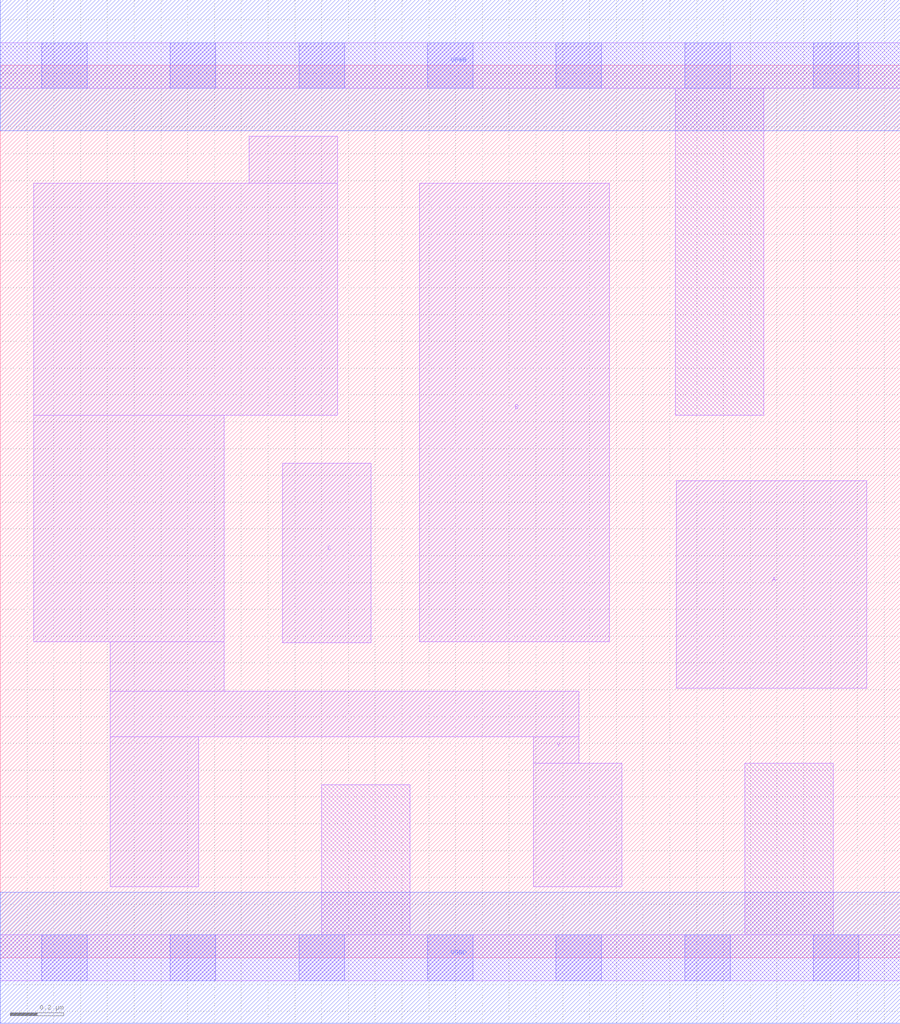
<source format=lef>
# Copyright 2020 The SkyWater PDK Authors
#
# Licensed under the Apache License, Version 2.0 (the "License");
# you may not use this file except in compliance with the License.
# You may obtain a copy of the License at
#
#     https://www.apache.org/licenses/LICENSE-2.0
#
# Unless required by applicable law or agreed to in writing, software
# distributed under the License is distributed on an "AS IS" BASIS,
# WITHOUT WARRANTIES OR CONDITIONS OF ANY KIND, either express or implied.
# See the License for the specific language governing permissions and
# limitations under the License.
#
# SPDX-License-Identifier: Apache-2.0

VERSION 5.7 ;
  NOWIREEXTENSIONATPIN ON ;
  DIVIDERCHAR "/" ;
  BUSBITCHARS "[]" ;
UNITS
  DATABASE MICRONS 200 ;
END UNITS
MACRO sky130_fd_sc_lp__nor3_lp
  CLASS CORE ;
  FOREIGN sky130_fd_sc_lp__nor3_lp ;
  ORIGIN  0.000000  0.000000 ;
  SIZE  3.360000 BY  3.330000 ;
  SYMMETRY X Y R90 ;
  SITE unit ;
  PIN A
    ANTENNAGATEAREA  0.376000 ;
    DIRECTION INPUT ;
    USE SIGNAL ;
    PORT
      LAYER li1 ;
        RECT 2.525000 1.005000 3.235000 1.780000 ;
    END
  END A
  PIN B
    ANTENNAGATEAREA  0.376000 ;
    DIRECTION INPUT ;
    USE SIGNAL ;
    PORT
      LAYER li1 ;
        RECT 1.565000 1.180000 2.275000 2.890000 ;
    END
  END B
  PIN C
    ANTENNAGATEAREA  0.376000 ;
    DIRECTION INPUT ;
    USE SIGNAL ;
    PORT
      LAYER li1 ;
        RECT 1.055000 1.175000 1.385000 1.845000 ;
    END
  END C
  PIN Y
    ANTENNADIFFAREA  0.522300 ;
    DIRECTION OUTPUT ;
    USE SIGNAL ;
    PORT
      LAYER li1 ;
        RECT 0.125000 1.180000 0.835000 2.025000 ;
        RECT 0.125000 2.025000 1.260000 2.890000 ;
        RECT 0.410000 0.265000 0.740000 0.825000 ;
        RECT 0.410000 0.825000 2.160000 0.995000 ;
        RECT 0.410000 0.995000 0.835000 1.180000 ;
        RECT 0.930000 2.890000 1.260000 3.065000 ;
        RECT 1.990000 0.265000 2.320000 0.725000 ;
        RECT 1.990000 0.725000 2.160000 0.825000 ;
    END
  END Y
  PIN VGND
    DIRECTION INOUT ;
    USE GROUND ;
    PORT
      LAYER met1 ;
        RECT 0.000000 -0.245000 3.360000 0.245000 ;
    END
  END VGND
  PIN VPWR
    DIRECTION INOUT ;
    USE POWER ;
    PORT
      LAYER met1 ;
        RECT 0.000000 3.085000 3.360000 3.575000 ;
    END
  END VPWR
  OBS
    LAYER li1 ;
      RECT 0.000000 -0.085000 3.360000 0.085000 ;
      RECT 0.000000  3.245000 3.360000 3.415000 ;
      RECT 1.200000  0.085000 1.530000 0.645000 ;
      RECT 2.520000  2.025000 2.850000 3.245000 ;
      RECT 2.780000  0.085000 3.110000 0.725000 ;
    LAYER mcon ;
      RECT 0.155000 -0.085000 0.325000 0.085000 ;
      RECT 0.155000  3.245000 0.325000 3.415000 ;
      RECT 0.635000 -0.085000 0.805000 0.085000 ;
      RECT 0.635000  3.245000 0.805000 3.415000 ;
      RECT 1.115000 -0.085000 1.285000 0.085000 ;
      RECT 1.115000  3.245000 1.285000 3.415000 ;
      RECT 1.595000 -0.085000 1.765000 0.085000 ;
      RECT 1.595000  3.245000 1.765000 3.415000 ;
      RECT 2.075000 -0.085000 2.245000 0.085000 ;
      RECT 2.075000  3.245000 2.245000 3.415000 ;
      RECT 2.555000 -0.085000 2.725000 0.085000 ;
      RECT 2.555000  3.245000 2.725000 3.415000 ;
      RECT 3.035000 -0.085000 3.205000 0.085000 ;
      RECT 3.035000  3.245000 3.205000 3.415000 ;
  END
END sky130_fd_sc_lp__nor3_lp
END LIBRARY

</source>
